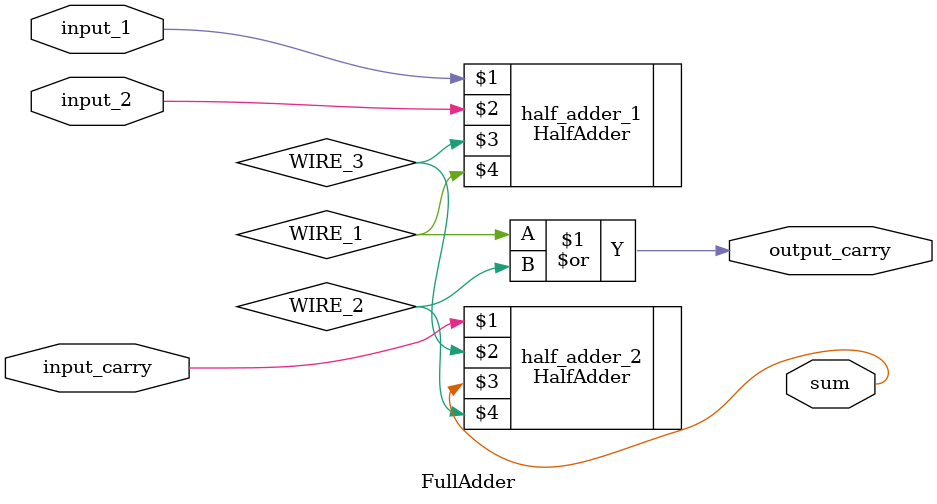
<source format=v>
module FullAdder 
(
input_1,
input_2,
input_carry,
output_carry,
sum
); 
input  input_1;
input  input_2;
input  input_carry;
output sum;
output output_carry;
wire   WIRE_1;
wire   WIRE_2;
wire   WIRE_3;
HalfAdder half_adder_1(input_1, input_2, WIRE_3, WIRE_1);
HalfAdder half_adder_2(input_carry, WIRE_3, sum, WIRE_2);
assign output_carry = WIRE_1 | WIRE_2;
endmodule
</source>
